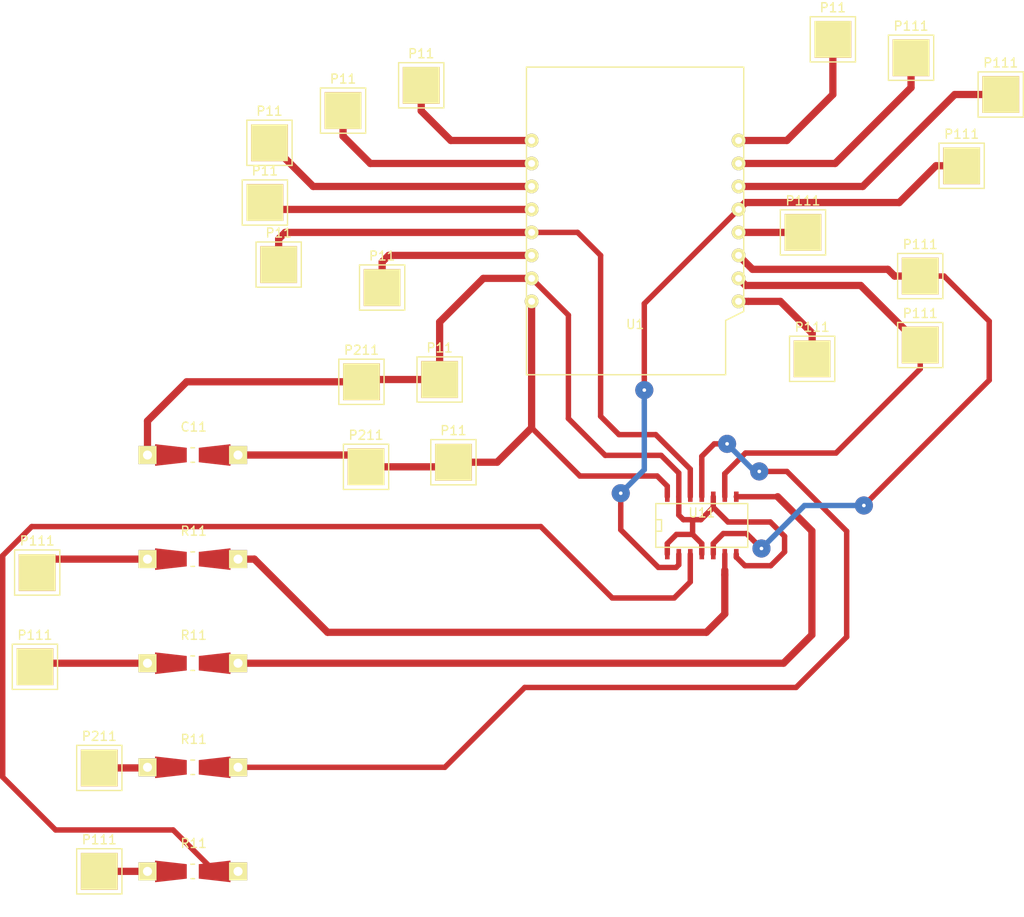
<source format=kicad_pcb>
(kicad_pcb (version 4) (host pcbnew 4.0.2-stable)

  (general
    (links 48)
    (no_connects 0)
    (area 66.055999 72.69888 192.150361 175.255247)
    (thickness 1.6)
    (drawings 0)
    (tracks 185)
    (zones 0)
    (modules 29)
    (nets 25)
  )

  (page A4)
  (layers
    (0 F.Cu signal)
    (31 B.Cu signal)
    (32 B.Adhes user)
    (33 F.Adhes user)
    (34 B.Paste user)
    (35 F.Paste user)
    (36 B.SilkS user)
    (37 F.SilkS user)
    (38 B.Mask user)
    (39 F.Mask user)
    (40 Dwgs.User user)
    (41 Cmts.User user)
    (42 Eco1.User user)
    (43 Eco2.User user)
    (44 Edge.Cuts user)
    (45 Margin user)
    (46 B.CrtYd user)
    (47 F.CrtYd user)
    (48 B.Fab user)
    (49 F.Fab user)
  )

  (setup
    (last_trace_width 0.6)
    (trace_clearance 0.6)
    (zone_clearance 0.508)
    (zone_45_only no)
    (trace_min 0.2)
    (segment_width 0.2)
    (edge_width 0.15)
    (via_size 2)
    (via_drill 0.4)
    (via_min_size 0.4)
    (via_min_drill 0.3)
    (uvia_size 0.3)
    (uvia_drill 0.1)
    (uvias_allowed no)
    (uvia_min_size 0.2)
    (uvia_min_drill 0.1)
    (pcb_text_width 0.3)
    (pcb_text_size 1.5 1.5)
    (mod_edge_width 0.15)
    (mod_text_size 1 1)
    (mod_text_width 0.15)
    (pad_size 1.524 1.524)
    (pad_drill 0.762)
    (pad_to_mask_clearance 0.2)
    (aux_axis_origin 0 0)
    (visible_elements FFFFFF7F)
    (pcbplotparams
      (layerselection 0x00030_80000001)
      (usegerberextensions false)
      (excludeedgelayer true)
      (linewidth 0.100000)
      (plotframeref false)
      (viasonmask false)
      (mode 1)
      (useauxorigin false)
      (hpglpennumber 1)
      (hpglpenspeed 20)
      (hpglpendiameter 15)
      (hpglpenoverlay 2)
      (psnegative false)
      (psa4output false)
      (plotreference true)
      (plotvalue true)
      (plotinvisibletext false)
      (padsonsilk false)
      (subtractmaskfromsilk false)
      (outputformat 2)
      (mirror false)
      (drillshape 0)
      (scaleselection 1)
      (outputdirectory /tmp/))
  )

  (net 0 "")
  (net 1 GND)
  (net 2 VCC)
  (net 3 "Net-(P3-Pad1)")
  (net 4 "Net-(P4-Pad1)")
  (net 5 "Net-(P5-Pad1)")
  (net 6 "Net-(P6-Pad1)")
  (net 7 "Net-(P7-Pad1)")
  (net 8 "Net-(P8-Pad1)")
  (net 9 "Net-(P9-Pad1)")
  (net 10 "Net-(P10-Pad1)")
  (net 11 "Net-(P11-Pad1)")
  (net 12 "Net-(P12-Pad1)")
  (net 13 "Net-(P13-Pad1)")
  (net 14 "Net-(P14-Pad1)")
  (net 15 "Net-(P15-Pad1)")
  (net 16 "Net-(P16-Pad1)")
  (net 17 "Net-(P17-Pad1)")
  (net 18 "Net-(P18-Pad1)")
  (net 19 "Net-(P19-Pad1)")
  (net 20 "Net-(P21-Pad1)")
  (net 21 "Net-(R1-Pad2)")
  (net 22 "Net-(R2-Pad2)")
  (net 23 "Net-(R3-Pad2)")
  (net 24 "Net-(R4-Pad2)")

  (net_class Default "Ceci est la Netclass par défaut"
    (clearance 0.6)
    (trace_width 0.6)
    (via_dia 2)
    (via_drill 0.4)
    (uvia_dia 0.3)
    (uvia_drill 0.1)
    (add_net GND)
    (add_net "Net-(P10-Pad1)")
    (add_net "Net-(P11-Pad1)")
    (add_net "Net-(P12-Pad1)")
    (add_net "Net-(P13-Pad1)")
    (add_net "Net-(P14-Pad1)")
    (add_net "Net-(P15-Pad1)")
    (add_net "Net-(P16-Pad1)")
    (add_net "Net-(P17-Pad1)")
    (add_net "Net-(P18-Pad1)")
    (add_net "Net-(P19-Pad1)")
    (add_net "Net-(P21-Pad1)")
    (add_net "Net-(P3-Pad1)")
    (add_net "Net-(P4-Pad1)")
    (add_net "Net-(P5-Pad1)")
    (add_net "Net-(P6-Pad1)")
    (add_net "Net-(P7-Pad1)")
    (add_net "Net-(P8-Pad1)")
    (add_net "Net-(P9-Pad1)")
    (add_net "Net-(R1-Pad2)")
    (add_net "Net-(R2-Pad2)")
    (add_net "Net-(R3-Pad2)")
    (add_net "Net-(R4-Pad2)")
    (add_net VCC)
  )

  (module Resistors_Universal:Resistor_SMD+THTuniversal_0805to1206_RM10_HandSoldering (layer F.Cu) (tedit 0) (tstamp 57297F5E)
    (at 99.7331 123.662351)
    (descr "Resistor, SMD and THT, universal, 0805 to 1206,RM10,  Hand soldering,")
    (tags "Resistor, SMD and THT, universal, 0805 to 1206, RM10, Hand soldering,")
    (path /5723F26A)
    (fp_text reference C11 (at 0.09906 -3.0988) (layer F.SilkS)
      (effects (font (size 1 1) (thickness 0.15)))
    )
    (fp_text value C (at -0.39878 4.20116) (layer F.Fab)
      (effects (font (size 1 1) (thickness 0.15)))
    )
    (fp_line (start 0 0.8001) (end 0.20066 0.8001) (layer F.SilkS) (width 0.15))
    (fp_line (start 0 0.8001) (end -0.20066 0.8001) (layer F.SilkS) (width 0.15))
    (fp_line (start -0.09906 -0.8001) (end -0.20066 -0.8001) (layer F.SilkS) (width 0.15))
    (fp_line (start -0.20066 -0.8001) (end 0.20066 -0.8001) (layer F.SilkS) (width 0.15))
    (pad 1 smd trapezoid (at -2.413 0) (size 3.50012 1.99898) (rect_delta 0.39878 0 ) (layers F.Cu F.Paste F.Mask)
      (net 1 GND))
    (pad 2 smd trapezoid (at 2.413 0 180) (size 3.50012 1.99898) (rect_delta 0.39878 0 ) (layers F.Cu F.Paste F.Mask)
      (net 2 VCC))
    (pad 1 thru_hole rect (at -5.00126 0 180) (size 1.99898 1.99898) (drill 1.00076) (layers *.Cu *.Mask F.SilkS)
      (net 1 GND))
    (pad 2 thru_hole rect (at 5.00126 0 180) (size 1.99898 1.99898) (drill 1.00076) (layers *.Cu *.Mask F.SilkS)
      (net 2 VCC))
  )

  (module SMD_Packages:1Pin (layer F.Cu) (tedit 0) (tstamp 57297F67)
    (at 128.524 124.46)
    (descr "module 1 pin (ou trou mecanique de percage)")
    (tags DEV)
    (path /57239F6B)
    (fp_text reference P11 (at 0 -3.50012) (layer F.SilkS)
      (effects (font (size 1 1) (thickness 0.15)))
    )
    (fp_text value ~ (at 0.24892 3.74904) (layer F.Fab)
      (effects (font (size 1 1) (thickness 0.15)))
    )
    (fp_line (start -2.49936 -2.49936) (end 2.49936 -2.49936) (layer F.SilkS) (width 0.15))
    (fp_line (start 2.49936 -2.49936) (end 2.49936 2.49936) (layer F.SilkS) (width 0.15))
    (fp_line (start 2.49936 2.49936) (end -2.49936 2.49936) (layer F.SilkS) (width 0.15))
    (fp_line (start -2.49936 2.49936) (end -2.49936 -2.49936) (layer F.SilkS) (width 0.15))
    (pad 1 smd rect (at 0 0) (size 4.064 4.064) (layers F.Cu F.Paste F.SilkS F.Mask)
      (net 2 VCC))
  )

  (module SMD_Packages:1Pin (layer F.Cu) (tedit 0) (tstamp 57297F70)
    (at 127 115.316)
    (descr "module 1 pin (ou trou mecanique de percage)")
    (tags DEV)
    (path /5723A0E2)
    (fp_text reference P11 (at 0 -3.50012) (layer F.SilkS)
      (effects (font (size 1 1) (thickness 0.15)))
    )
    (fp_text value ~ (at 0.24892 3.74904) (layer F.Fab)
      (effects (font (size 1 1) (thickness 0.15)))
    )
    (fp_line (start -2.49936 -2.49936) (end 2.49936 -2.49936) (layer F.SilkS) (width 0.15))
    (fp_line (start 2.49936 -2.49936) (end 2.49936 2.49936) (layer F.SilkS) (width 0.15))
    (fp_line (start 2.49936 2.49936) (end -2.49936 2.49936) (layer F.SilkS) (width 0.15))
    (fp_line (start -2.49936 2.49936) (end -2.49936 -2.49936) (layer F.SilkS) (width 0.15))
    (pad 1 smd rect (at 0 0) (size 4.064 4.064) (layers F.Cu F.Paste F.SilkS F.Mask)
      (net 1 GND))
  )

  (module SMD_Packages:1Pin (layer F.Cu) (tedit 0) (tstamp 57297F79)
    (at 124.968 82.804)
    (descr "module 1 pin (ou trou mecanique de percage)")
    (tags DEV)
    (path /57239D81)
    (fp_text reference P11 (at 0 -3.50012) (layer F.SilkS)
      (effects (font (size 1 1) (thickness 0.15)))
    )
    (fp_text value ~ (at 0.24892 3.74904) (layer F.Fab)
      (effects (font (size 1 1) (thickness 0.15)))
    )
    (fp_line (start -2.49936 -2.49936) (end 2.49936 -2.49936) (layer F.SilkS) (width 0.15))
    (fp_line (start 2.49936 -2.49936) (end 2.49936 2.49936) (layer F.SilkS) (width 0.15))
    (fp_line (start 2.49936 2.49936) (end -2.49936 2.49936) (layer F.SilkS) (width 0.15))
    (fp_line (start -2.49936 2.49936) (end -2.49936 -2.49936) (layer F.SilkS) (width 0.15))
    (pad 1 smd rect (at 0 -0.000006) (size 4.064 4.064) (layers F.Cu F.Paste F.SilkS F.Mask)
      (net 3 "Net-(P3-Pad1)"))
  )

  (module SMD_Packages:1Pin (layer F.Cu) (tedit 0) (tstamp 57297F82)
    (at 116.332 85.598)
    (descr "module 1 pin (ou trou mecanique de percage)")
    (tags DEV)
    (path /57239D4F)
    (fp_text reference P11 (at 0 -3.50012) (layer F.SilkS)
      (effects (font (size 1 1) (thickness 0.15)))
    )
    (fp_text value ~ (at 0.24892 3.74904) (layer F.Fab)
      (effects (font (size 1 1) (thickness 0.15)))
    )
    (fp_line (start -2.49936 -2.49936) (end 2.49936 -2.49936) (layer F.SilkS) (width 0.15))
    (fp_line (start 2.49936 -2.49936) (end 2.49936 2.49936) (layer F.SilkS) (width 0.15))
    (fp_line (start 2.49936 2.49936) (end -2.49936 2.49936) (layer F.SilkS) (width 0.15))
    (fp_line (start -2.49936 2.49936) (end -2.49936 -2.49936) (layer F.SilkS) (width 0.15))
    (pad 1 smd rect (at 0 0) (size 4.064 4.064) (layers F.Cu F.Paste F.SilkS F.Mask)
      (net 4 "Net-(P4-Pad1)"))
  )

  (module SMD_Packages:1Pin (layer F.Cu) (tedit 0) (tstamp 57297F8B)
    (at 108.204 89.154)
    (descr "module 1 pin (ou trou mecanique de percage)")
    (tags DEV)
    (path /57239C74)
    (fp_text reference P11 (at 0 -3.50012) (layer F.SilkS)
      (effects (font (size 1 1) (thickness 0.15)))
    )
    (fp_text value ~ (at 0.24892 3.74904) (layer F.Fab)
      (effects (font (size 1 1) (thickness 0.15)))
    )
    (fp_line (start -2.49936 -2.49936) (end 2.49936 -2.49936) (layer F.SilkS) (width 0.15))
    (fp_line (start 2.49936 -2.49936) (end 2.49936 2.49936) (layer F.SilkS) (width 0.15))
    (fp_line (start 2.49936 2.49936) (end -2.49936 2.49936) (layer F.SilkS) (width 0.15))
    (fp_line (start -2.49936 2.49936) (end -2.49936 -2.49936) (layer F.SilkS) (width 0.15))
    (pad 1 smd rect (at 0 0) (size 4.064 4.064) (layers F.Cu F.Paste F.SilkS F.Mask)
      (net 5 "Net-(P5-Pad1)"))
  )

  (module SMD_Packages:1Pin (layer F.Cu) (tedit 0) (tstamp 57297F94)
    (at 107.696 95.758)
    (descr "module 1 pin (ou trou mecanique de percage)")
    (tags DEV)
    (path /57239B01)
    (fp_text reference P11 (at 0 -3.50012) (layer F.SilkS)
      (effects (font (size 1 1) (thickness 0.15)))
    )
    (fp_text value ~ (at 0.24892 3.74904) (layer F.Fab)
      (effects (font (size 1 1) (thickness 0.15)))
    )
    (fp_line (start -2.49936 -2.49936) (end 2.49936 -2.49936) (layer F.SilkS) (width 0.15))
    (fp_line (start 2.49936 -2.49936) (end 2.49936 2.49936) (layer F.SilkS) (width 0.15))
    (fp_line (start 2.49936 2.49936) (end -2.49936 2.49936) (layer F.SilkS) (width 0.15))
    (fp_line (start -2.49936 2.49936) (end -2.49936 -2.49936) (layer F.SilkS) (width 0.15))
    (pad 1 smd rect (at 0 0) (size 4.064 4.064) (layers F.Cu F.Paste F.SilkS F.Mask)
      (net 6 "Net-(P6-Pad1)"))
  )

  (module SMD_Packages:1Pin (layer F.Cu) (tedit 0) (tstamp 57297F9D)
    (at 109.22 102.616)
    (descr "module 1 pin (ou trou mecanique de percage)")
    (tags DEV)
    (path /5723B2B0)
    (fp_text reference P11 (at 0 -3.50012) (layer F.SilkS)
      (effects (font (size 1 1) (thickness 0.15)))
    )
    (fp_text value ~ (at 0.24892 3.74904) (layer F.Fab)
      (effects (font (size 1 1) (thickness 0.15)))
    )
    (fp_line (start -2.49936 -2.49936) (end 2.49936 -2.49936) (layer F.SilkS) (width 0.15))
    (fp_line (start 2.49936 -2.49936) (end 2.49936 2.49936) (layer F.SilkS) (width 0.15))
    (fp_line (start 2.49936 2.49936) (end -2.49936 2.49936) (layer F.SilkS) (width 0.15))
    (fp_line (start -2.49936 2.49936) (end -2.49936 -2.49936) (layer F.SilkS) (width 0.15))
    (pad 1 smd rect (at 0 0) (size 4.064 4.064) (layers F.Cu F.Paste F.SilkS F.Mask)
      (net 7 "Net-(P7-Pad1)"))
  )

  (module SMD_Packages:1Pin (layer F.Cu) (tedit 0) (tstamp 57297FA6)
    (at 120.65 105.156)
    (descr "module 1 pin (ou trou mecanique de percage)")
    (tags DEV)
    (path /57239DF8)
    (fp_text reference P11 (at 0 -3.50012) (layer F.SilkS)
      (effects (font (size 1 1) (thickness 0.15)))
    )
    (fp_text value ~ (at 0.24892 3.74904) (layer F.Fab)
      (effects (font (size 1 1) (thickness 0.15)))
    )
    (fp_line (start -2.49936 -2.49936) (end 2.49936 -2.49936) (layer F.SilkS) (width 0.15))
    (fp_line (start 2.49936 -2.49936) (end 2.49936 2.49936) (layer F.SilkS) (width 0.15))
    (fp_line (start 2.49936 2.49936) (end -2.49936 2.49936) (layer F.SilkS) (width 0.15))
    (fp_line (start -2.49936 2.49936) (end -2.49936 -2.49936) (layer F.SilkS) (width 0.15))
    (pad 1 smd rect (at 0 0) (size 4.064 4.064) (layers F.Cu F.Paste F.SilkS F.Mask)
      (net 8 "Net-(P8-Pad1)"))
  )

  (module SMD_Packages:1Pin (layer F.Cu) (tedit 0) (tstamp 57297FAF)
    (at 170.434 77.724)
    (descr "module 1 pin (ou trou mecanique de percage)")
    (tags DEV)
    (path /5723AEB4)
    (fp_text reference P11 (at 0 -3.50012) (layer F.SilkS)
      (effects (font (size 1 1) (thickness 0.15)))
    )
    (fp_text value ~ (at 0.24892 3.74904) (layer F.Fab)
      (effects (font (size 1 1) (thickness 0.15)))
    )
    (fp_line (start -2.49936 -2.49936) (end 2.49936 -2.49936) (layer F.SilkS) (width 0.15))
    (fp_line (start 2.49936 -2.49936) (end 2.49936 2.49936) (layer F.SilkS) (width 0.15))
    (fp_line (start 2.49936 2.49936) (end -2.49936 2.49936) (layer F.SilkS) (width 0.15))
    (fp_line (start -2.49936 2.49936) (end -2.49936 -2.49936) (layer F.SilkS) (width 0.15))
    (pad 1 smd rect (at 0 0) (size 4.064 4.064) (layers F.Cu F.Paste F.SilkS F.Mask)
      (net 9 "Net-(P9-Pad1)"))
  )

  (module SMD_Packages:1Pin (layer F.Cu) (tedit 0) (tstamp 57297FB8)
    (at 179.07 79.756)
    (descr "module 1 pin (ou trou mecanique de percage)")
    (tags DEV)
    (path /5723ADEA)
    (fp_text reference P111 (at 0 -3.50012) (layer F.SilkS)
      (effects (font (size 1 1) (thickness 0.15)))
    )
    (fp_text value ~ (at 0.24892 3.74904) (layer F.Fab)
      (effects (font (size 1 1) (thickness 0.15)))
    )
    (fp_line (start -2.49936 -2.49936) (end 2.49936 -2.49936) (layer F.SilkS) (width 0.15))
    (fp_line (start 2.49936 -2.49936) (end 2.49936 2.49936) (layer F.SilkS) (width 0.15))
    (fp_line (start 2.49936 2.49936) (end -2.49936 2.49936) (layer F.SilkS) (width 0.15))
    (fp_line (start -2.49936 2.49936) (end -2.49936 -2.49936) (layer F.SilkS) (width 0.15))
    (pad 1 smd rect (at 0 0) (size 4.064 4.064) (layers F.Cu F.Paste F.SilkS F.Mask)
      (net 10 "Net-(P10-Pad1)"))
  )

  (module SMD_Packages:1Pin (layer F.Cu) (tedit 0) (tstamp 57297FC1)
    (at 188.976 83.82)
    (descr "module 1 pin (ou trou mecanique de percage)")
    (tags DEV)
    (path /5723AA0B)
    (fp_text reference P111 (at 0 -3.50012) (layer F.SilkS)
      (effects (font (size 1 1) (thickness 0.15)))
    )
    (fp_text value ~ (at 0.24892 3.74904) (layer F.Fab)
      (effects (font (size 1 1) (thickness 0.15)))
    )
    (fp_line (start -2.49936 -2.49936) (end 2.49936 -2.49936) (layer F.SilkS) (width 0.15))
    (fp_line (start 2.49936 -2.49936) (end 2.49936 2.49936) (layer F.SilkS) (width 0.15))
    (fp_line (start 2.49936 2.49936) (end -2.49936 2.49936) (layer F.SilkS) (width 0.15))
    (fp_line (start -2.49936 2.49936) (end -2.49936 -2.49936) (layer F.SilkS) (width 0.15))
    (pad 1 smd rect (at 0 0) (size 4.064 4.064) (layers F.Cu F.Paste F.SilkS F.Mask)
      (net 11 "Net-(P11-Pad1)"))
  )

  (module SMD_Packages:1Pin (layer F.Cu) (tedit 0) (tstamp 57297FCA)
    (at 167.132 99.06)
    (descr "module 1 pin (ou trou mecanique de percage)")
    (tags DEV)
    (path /5723AD4F)
    (fp_text reference P111 (at 0 -3.50012) (layer F.SilkS)
      (effects (font (size 1 1) (thickness 0.15)))
    )
    (fp_text value ~ (at 0.24892 3.74904) (layer F.Fab)
      (effects (font (size 1 1) (thickness 0.15)))
    )
    (fp_line (start -2.49936 -2.49936) (end 2.49936 -2.49936) (layer F.SilkS) (width 0.15))
    (fp_line (start 2.49936 -2.49936) (end 2.49936 2.49936) (layer F.SilkS) (width 0.15))
    (fp_line (start 2.49936 2.49936) (end -2.49936 2.49936) (layer F.SilkS) (width 0.15))
    (fp_line (start -2.49936 2.49936) (end -2.49936 -2.49936) (layer F.SilkS) (width 0.15))
    (pad 1 smd rect (at 0 0) (size 4.064 4.064) (layers F.Cu F.Paste F.SilkS F.Mask)
      (net 12 "Net-(P12-Pad1)"))
  )

  (module SMD_Packages:1Pin (layer F.Cu) (tedit 0) (tstamp 57297FD3)
    (at 168.148 113.03)
    (descr "module 1 pin (ou trou mecanique de percage)")
    (tags DEV)
    (path /5723AB21)
    (fp_text reference P111 (at 0 -3.50012) (layer F.SilkS)
      (effects (font (size 1 1) (thickness 0.15)))
    )
    (fp_text value ~ (at 0.24892 3.74904) (layer F.Fab)
      (effects (font (size 1 1) (thickness 0.15)))
    )
    (fp_line (start -2.49936 -2.49936) (end 2.49936 -2.49936) (layer F.SilkS) (width 0.15))
    (fp_line (start 2.49936 -2.49936) (end 2.49936 2.49936) (layer F.SilkS) (width 0.15))
    (fp_line (start 2.49936 2.49936) (end -2.49936 2.49936) (layer F.SilkS) (width 0.15))
    (fp_line (start -2.49936 2.49936) (end -2.49936 -2.49936) (layer F.SilkS) (width 0.15))
    (pad 1 smd rect (at 0 0) (size 4.064 4.064) (layers F.Cu F.Paste F.SilkS F.Mask)
      (net 13 "Net-(P13-Pad1)"))
  )

  (module SMD_Packages:1Pin (layer F.Cu) (tedit 0) (tstamp 57297FDC)
    (at 180.086 111.506)
    (descr "module 1 pin (ou trou mecanique de percage)")
    (tags DEV)
    (path /5723AF30)
    (fp_text reference P111 (at 0 -3.50012) (layer F.SilkS)
      (effects (font (size 1 1) (thickness 0.15)))
    )
    (fp_text value ~ (at 0.24892 3.74904) (layer F.Fab)
      (effects (font (size 1 1) (thickness 0.15)))
    )
    (fp_line (start -2.49936 -2.49936) (end 2.49936 -2.49936) (layer F.SilkS) (width 0.15))
    (fp_line (start 2.49936 -2.49936) (end 2.49936 2.49936) (layer F.SilkS) (width 0.15))
    (fp_line (start 2.49936 2.49936) (end -2.49936 2.49936) (layer F.SilkS) (width 0.15))
    (fp_line (start -2.49936 2.49936) (end -2.49936 -2.49936) (layer F.SilkS) (width 0.15))
    (pad 1 smd rect (at 0 0) (size 4.064 4.064) (layers F.Cu F.Paste F.SilkS F.Mask)
      (net 14 "Net-(P14-Pad1)"))
  )

  (module SMD_Packages:1Pin (layer F.Cu) (tedit 0) (tstamp 57297FE5)
    (at 184.658 91.694)
    (descr "module 1 pin (ou trou mecanique de percage)")
    (tags DEV)
    (path /5723B0F0)
    (fp_text reference P111 (at 0 -3.50012) (layer F.SilkS)
      (effects (font (size 1 1) (thickness 0.15)))
    )
    (fp_text value ~ (at 0.24892 3.74904) (layer F.Fab)
      (effects (font (size 1 1) (thickness 0.15)))
    )
    (fp_line (start -2.49936 -2.49936) (end 2.49936 -2.49936) (layer F.SilkS) (width 0.15))
    (fp_line (start 2.49936 -2.49936) (end 2.49936 2.49936) (layer F.SilkS) (width 0.15))
    (fp_line (start 2.49936 2.49936) (end -2.49936 2.49936) (layer F.SilkS) (width 0.15))
    (fp_line (start -2.49936 2.49936) (end -2.49936 -2.49936) (layer F.SilkS) (width 0.15))
    (pad 1 smd rect (at 0 0) (size 4.064 4.064) (layers F.Cu F.Paste F.SilkS F.Mask)
      (net 15 "Net-(P15-Pad1)"))
  )

  (module SMD_Packages:1Pin (layer F.Cu) (tedit 0) (tstamp 57297FEE)
    (at 180.086 103.886)
    (descr "module 1 pin (ou trou mecanique de percage)")
    (tags DEV)
    (path /5723AFE6)
    (fp_text reference P111 (at 0 -3.50012) (layer F.SilkS)
      (effects (font (size 1 1) (thickness 0.15)))
    )
    (fp_text value ~ (at 0.24892 3.74904) (layer F.Fab)
      (effects (font (size 1 1) (thickness 0.15)))
    )
    (fp_line (start -2.49936 -2.49936) (end 2.49936 -2.49936) (layer F.SilkS) (width 0.15))
    (fp_line (start 2.49936 -2.49936) (end 2.49936 2.49936) (layer F.SilkS) (width 0.15))
    (fp_line (start 2.49936 2.49936) (end -2.49936 2.49936) (layer F.SilkS) (width 0.15))
    (fp_line (start -2.49936 2.49936) (end -2.49936 -2.49936) (layer F.SilkS) (width 0.15))
    (pad 1 smd rect (at 0 0) (size 4.064 4.064) (layers F.Cu F.Paste F.SilkS F.Mask)
      (net 16 "Net-(P16-Pad1)"))
  )

  (module SMD_Packages:1Pin (layer F.Cu) (tedit 0) (tstamp 57297FF7)
    (at 89.408 169.672)
    (descr "module 1 pin (ou trou mecanique de percage)")
    (tags DEV)
    (path /5723B943)
    (fp_text reference P111 (at 0 -3.50012) (layer F.SilkS)
      (effects (font (size 1 1) (thickness 0.15)))
    )
    (fp_text value ~ (at 0.24892 3.74904) (layer F.Fab)
      (effects (font (size 1 1) (thickness 0.15)))
    )
    (fp_line (start -2.49936 -2.49936) (end 2.49936 -2.49936) (layer F.SilkS) (width 0.15))
    (fp_line (start 2.49936 -2.49936) (end 2.49936 2.49936) (layer F.SilkS) (width 0.15))
    (fp_line (start 2.49936 2.49936) (end -2.49936 2.49936) (layer F.SilkS) (width 0.15))
    (fp_line (start -2.49936 2.49936) (end -2.49936 -2.49936) (layer F.SilkS) (width 0.15))
    (pad 1 smd rect (at 0 0) (size 4.064 4.064) (layers F.Cu F.Paste F.SilkS F.Mask)
      (net 17 "Net-(P17-Pad1)"))
  )

  (module SMD_Packages:1Pin (layer F.Cu) (tedit 0) (tstamp 57298000)
    (at 82.55 136.652)
    (descr "module 1 pin (ou trou mecanique de percage)")
    (tags DEV)
    (path /5723BA86)
    (fp_text reference P111 (at 0 -3.50012) (layer F.SilkS)
      (effects (font (size 1 1) (thickness 0.15)))
    )
    (fp_text value ~ (at 0.24892 3.74904) (layer F.Fab)
      (effects (font (size 1 1) (thickness 0.15)))
    )
    (fp_line (start -2.49936 -2.49936) (end 2.49936 -2.49936) (layer F.SilkS) (width 0.15))
    (fp_line (start 2.49936 -2.49936) (end 2.49936 2.49936) (layer F.SilkS) (width 0.15))
    (fp_line (start 2.49936 2.49936) (end -2.49936 2.49936) (layer F.SilkS) (width 0.15))
    (fp_line (start -2.49936 2.49936) (end -2.49936 -2.49936) (layer F.SilkS) (width 0.15))
    (pad 1 smd rect (at 0 0) (size 4.064 4.064) (layers F.Cu F.Paste F.SilkS F.Mask)
      (net 18 "Net-(P18-Pad1)"))
  )

  (module SMD_Packages:1Pin (layer F.Cu) (tedit 0) (tstamp 57298009)
    (at 82.296 147.066)
    (descr "module 1 pin (ou trou mecanique de percage)")
    (tags DEV)
    (path /5723BD8C)
    (fp_text reference P111 (at 0 -3.50012) (layer F.SilkS)
      (effects (font (size 1 1) (thickness 0.15)))
    )
    (fp_text value ~ (at 0.24892 3.74904) (layer F.Fab)
      (effects (font (size 1 1) (thickness 0.15)))
    )
    (fp_line (start -2.49936 -2.49936) (end 2.49936 -2.49936) (layer F.SilkS) (width 0.15))
    (fp_line (start 2.49936 -2.49936) (end 2.49936 2.49936) (layer F.SilkS) (width 0.15))
    (fp_line (start 2.49936 2.49936) (end -2.49936 2.49936) (layer F.SilkS) (width 0.15))
    (fp_line (start -2.49936 2.49936) (end -2.49936 -2.49936) (layer F.SilkS) (width 0.15))
    (pad 1 smd rect (at 0 0) (size 4.064 4.064) (layers F.Cu F.Paste F.SilkS F.Mask)
      (net 19 "Net-(P19-Pad1)"))
  )

  (module SMD_Packages:1Pin (layer F.Cu) (tedit 0) (tstamp 57298012)
    (at 118.872 124.968)
    (descr "module 1 pin (ou trou mecanique de percage)")
    (tags DEV)
    (path /5723C1ED)
    (fp_text reference P211 (at 0 -3.50012) (layer F.SilkS)
      (effects (font (size 1 1) (thickness 0.15)))
    )
    (fp_text value ~ (at 0.24892 3.74904) (layer F.Fab)
      (effects (font (size 1 1) (thickness 0.15)))
    )
    (fp_line (start -2.49936 -2.49936) (end 2.49936 -2.49936) (layer F.SilkS) (width 0.15))
    (fp_line (start 2.49936 -2.49936) (end 2.49936 2.49936) (layer F.SilkS) (width 0.15))
    (fp_line (start 2.49936 2.49936) (end -2.49936 2.49936) (layer F.SilkS) (width 0.15))
    (fp_line (start -2.49936 2.49936) (end -2.49936 -2.49936) (layer F.SilkS) (width 0.15))
    (pad 1 smd rect (at 0 0) (size 4.064 4.064) (layers F.Cu F.Paste F.SilkS F.Mask)
      (net 2 VCC))
  )

  (module SMD_Packages:1Pin (layer F.Cu) (tedit 0) (tstamp 5729801B)
    (at 89.408 158.242)
    (descr "module 1 pin (ou trou mecanique de percage)")
    (tags DEV)
    (path /5723BD9A)
    (fp_text reference P211 (at 0 -3.50012) (layer F.SilkS)
      (effects (font (size 1 1) (thickness 0.15)))
    )
    (fp_text value ~ (at 0.24892 3.74904) (layer F.Fab)
      (effects (font (size 1 1) (thickness 0.15)))
    )
    (fp_line (start -2.49936 -2.49936) (end 2.49936 -2.49936) (layer F.SilkS) (width 0.15))
    (fp_line (start 2.49936 -2.49936) (end 2.49936 2.49936) (layer F.SilkS) (width 0.15))
    (fp_line (start 2.49936 2.49936) (end -2.49936 2.49936) (layer F.SilkS) (width 0.15))
    (fp_line (start -2.49936 2.49936) (end -2.49936 -2.49936) (layer F.SilkS) (width 0.15))
    (pad 1 smd rect (at 0 0) (size 4.064 4.064) (layers F.Cu F.Paste F.SilkS F.Mask)
      (net 20 "Net-(P21-Pad1)"))
  )

  (module SMD_Packages:1Pin (layer F.Cu) (tedit 0) (tstamp 57298024)
    (at 118.364 115.57)
    (descr "module 1 pin (ou trou mecanique de percage)")
    (tags DEV)
    (path /5723C125)
    (fp_text reference P211 (at 0 -3.50012) (layer F.SilkS)
      (effects (font (size 1 1) (thickness 0.15)))
    )
    (fp_text value ~ (at 0.24892 3.74904) (layer F.Fab)
      (effects (font (size 1 1) (thickness 0.15)))
    )
    (fp_line (start -2.49936 -2.49936) (end 2.49936 -2.49936) (layer F.SilkS) (width 0.15))
    (fp_line (start 2.49936 -2.49936) (end 2.49936 2.49936) (layer F.SilkS) (width 0.15))
    (fp_line (start 2.49936 2.49936) (end -2.49936 2.49936) (layer F.SilkS) (width 0.15))
    (fp_line (start -2.49936 2.49936) (end -2.49936 -2.49936) (layer F.SilkS) (width 0.15))
    (pad 1 smd rect (at 0 0) (size 4.064 4.064) (layers F.Cu F.Paste F.SilkS F.Mask)
      (net 1 GND))
  )

  (module Resistors_Universal:Resistor_SMD+THTuniversal_0805to1206_RM10_HandSoldering (layer F.Cu) (tedit 0) (tstamp 57298030)
    (at 99.7331 169.679087)
    (descr "Resistor, SMD and THT, universal, 0805 to 1206,RM10,  Hand soldering,")
    (tags "Resistor, SMD and THT, universal, 0805 to 1206, RM10, Hand soldering,")
    (path /5723B7D7)
    (fp_text reference R11 (at 0.09906 -3.0988) (layer F.SilkS)
      (effects (font (size 1 1) (thickness 0.15)))
    )
    (fp_text value R (at -0.39878 4.20116) (layer F.Fab)
      (effects (font (size 1 1) (thickness 0.15)))
    )
    (fp_line (start 0 0.8001) (end 0.20066 0.8001) (layer F.SilkS) (width 0.15))
    (fp_line (start 0 0.8001) (end -0.20066 0.8001) (layer F.SilkS) (width 0.15))
    (fp_line (start -0.09906 -0.8001) (end -0.20066 -0.8001) (layer F.SilkS) (width 0.15))
    (fp_line (start -0.20066 -0.8001) (end 0.20066 -0.8001) (layer F.SilkS) (width 0.15))
    (pad 1 smd trapezoid (at -2.413 0) (size 3.50012 1.99898) (rect_delta 0.39878 0 ) (layers F.Cu F.Paste F.Mask)
      (net 17 "Net-(P17-Pad1)"))
    (pad 2 smd trapezoid (at 2.413 0 180) (size 3.50012 1.99898) (rect_delta 0.39878 0 ) (layers F.Cu F.Paste F.Mask)
      (net 21 "Net-(R1-Pad2)"))
    (pad 1 thru_hole rect (at -5.00126 0 180) (size 1.99898 1.99898) (drill 1.00076) (layers *.Cu *.Mask F.SilkS)
      (net 17 "Net-(P17-Pad1)"))
    (pad 2 thru_hole rect (at 5.00126 0 180) (size 1.99898 1.99898) (drill 1.00076) (layers *.Cu *.Mask F.SilkS)
      (net 21 "Net-(R1-Pad2)"))
  )

  (module Resistors_Universal:Resistor_SMD+THTuniversal_0805to1206_RM10_HandSoldering (layer F.Cu) (tedit 0) (tstamp 5729803C)
    (at 99.7331 135.166535)
    (descr "Resistor, SMD and THT, universal, 0805 to 1206,RM10,  Hand soldering,")
    (tags "Resistor, SMD and THT, universal, 0805 to 1206, RM10, Hand soldering,")
    (path /5723BA7F)
    (fp_text reference R11 (at 0.09906 -3.0988) (layer F.SilkS)
      (effects (font (size 1 1) (thickness 0.15)))
    )
    (fp_text value R (at -0.39878 4.20116) (layer F.Fab)
      (effects (font (size 1 1) (thickness 0.15)))
    )
    (fp_line (start 0 0.8001) (end 0.20066 0.8001) (layer F.SilkS) (width 0.15))
    (fp_line (start 0 0.8001) (end -0.20066 0.8001) (layer F.SilkS) (width 0.15))
    (fp_line (start -0.09906 -0.8001) (end -0.20066 -0.8001) (layer F.SilkS) (width 0.15))
    (fp_line (start -0.20066 -0.8001) (end 0.20066 -0.8001) (layer F.SilkS) (width 0.15))
    (pad 1 smd trapezoid (at -2.413 0) (size 3.50012 1.99898) (rect_delta 0.39878 0 ) (layers F.Cu F.Paste F.Mask)
      (net 18 "Net-(P18-Pad1)"))
    (pad 2 smd trapezoid (at 2.413 0 180) (size 3.50012 1.99898) (rect_delta 0.39878 0 ) (layers F.Cu F.Paste F.Mask)
      (net 22 "Net-(R2-Pad2)"))
    (pad 1 thru_hole rect (at -5.00126 0 180) (size 1.99898 1.99898) (drill 1.00076) (layers *.Cu *.Mask F.SilkS)
      (net 18 "Net-(P18-Pad1)"))
    (pad 2 thru_hole rect (at 5.00126 0 180) (size 1.99898 1.99898) (drill 1.00076) (layers *.Cu *.Mask F.SilkS)
      (net 22 "Net-(R2-Pad2)"))
  )

  (module Resistors_Universal:Resistor_SMD+THTuniversal_0805to1206_RM10_HandSoldering (layer F.Cu) (tedit 0) (tstamp 57298048)
    (at 99.7331 146.670719)
    (descr "Resistor, SMD and THT, universal, 0805 to 1206,RM10,  Hand soldering,")
    (tags "Resistor, SMD and THT, universal, 0805 to 1206, RM10, Hand soldering,")
    (path /5723BD85)
    (fp_text reference R11 (at 0.09906 -3.0988) (layer F.SilkS)
      (effects (font (size 1 1) (thickness 0.15)))
    )
    (fp_text value R (at -0.39878 4.20116) (layer F.Fab)
      (effects (font (size 1 1) (thickness 0.15)))
    )
    (fp_line (start 0 0.8001) (end 0.20066 0.8001) (layer F.SilkS) (width 0.15))
    (fp_line (start 0 0.8001) (end -0.20066 0.8001) (layer F.SilkS) (width 0.15))
    (fp_line (start -0.09906 -0.8001) (end -0.20066 -0.8001) (layer F.SilkS) (width 0.15))
    (fp_line (start -0.20066 -0.8001) (end 0.20066 -0.8001) (layer F.SilkS) (width 0.15))
    (pad 1 smd trapezoid (at -2.413 0) (size 3.50012 1.99898) (rect_delta 0.39878 0 ) (layers F.Cu F.Paste F.Mask)
      (net 19 "Net-(P19-Pad1)"))
    (pad 2 smd trapezoid (at 2.413 0 180) (size 3.50012 1.99898) (rect_delta 0.39878 0 ) (layers F.Cu F.Paste F.Mask)
      (net 23 "Net-(R3-Pad2)"))
    (pad 1 thru_hole rect (at -5.00126 0 180) (size 1.99898 1.99898) (drill 1.00076) (layers *.Cu *.Mask F.SilkS)
      (net 19 "Net-(P19-Pad1)"))
    (pad 2 thru_hole rect (at 5.00126 0 180) (size 1.99898 1.99898) (drill 1.00076) (layers *.Cu *.Mask F.SilkS)
      (net 23 "Net-(R3-Pad2)"))
  )

  (module Resistors_Universal:Resistor_SMD+THTuniversal_0805to1206_RM10_HandSoldering (layer F.Cu) (tedit 0) (tstamp 57298054)
    (at 99.7331 158.174903)
    (descr "Resistor, SMD and THT, universal, 0805 to 1206,RM10,  Hand soldering,")
    (tags "Resistor, SMD and THT, universal, 0805 to 1206, RM10, Hand soldering,")
    (path /5723BD93)
    (fp_text reference R11 (at 0.09906 -3.0988) (layer F.SilkS)
      (effects (font (size 1 1) (thickness 0.15)))
    )
    (fp_text value R (at -0.39878 4.20116) (layer F.Fab)
      (effects (font (size 1 1) (thickness 0.15)))
    )
    (fp_line (start 0 0.8001) (end 0.20066 0.8001) (layer F.SilkS) (width 0.15))
    (fp_line (start 0 0.8001) (end -0.20066 0.8001) (layer F.SilkS) (width 0.15))
    (fp_line (start -0.09906 -0.8001) (end -0.20066 -0.8001) (layer F.SilkS) (width 0.15))
    (fp_line (start -0.20066 -0.8001) (end 0.20066 -0.8001) (layer F.SilkS) (width 0.15))
    (pad 1 smd trapezoid (at -2.413 0) (size 3.50012 1.99898) (rect_delta 0.39878 0 ) (layers F.Cu F.Paste F.Mask)
      (net 20 "Net-(P21-Pad1)"))
    (pad 2 smd trapezoid (at 2.413 0 180) (size 3.50012 1.99898) (rect_delta 0.39878 0 ) (layers F.Cu F.Paste F.Mask)
      (net 24 "Net-(R4-Pad2)"))
    (pad 1 thru_hole rect (at -5.00126 0 180) (size 1.99898 1.99898) (drill 1.00076) (layers *.Cu *.Mask F.SilkS)
      (net 20 "Net-(P21-Pad1)"))
    (pad 2 thru_hole rect (at 5.00126 0 180) (size 1.99898 1.99898) (drill 1.00076) (layers *.Cu *.Mask F.SilkS)
      (net 24 "Net-(R4-Pad2)"))
  )

  (module wemos:WeMosD1Mini (layer F.Cu) (tedit 5723A9BD) (tstamp 57298068)
    (at 148.59 97.79)
    (path /572393F9)
    (fp_text reference U1 (at 0 11.43) (layer F.SilkS)
      (effects (font (size 1 1) (thickness 0.15)))
    )
    (fp_text value WeMosD1Mini (at 0 -11.43) (layer F.Fab)
      (effects (font (size 1 1) (thickness 0.15)))
    )
    (fp_line (start 10 11) (end 10 17) (layer F.SilkS) (width 0.15))
    (fp_line (start 12 10) (end 10 11) (layer F.SilkS) (width 0.15))
    (fp_line (start -12 17) (end -12 -17) (layer F.SilkS) (width 0.15))
    (fp_line (start 10 17) (end -12 17) (layer F.SilkS) (width 0.15))
    (fp_line (start 12 -17) (end 12 10) (layer F.SilkS) (width 0.15))
    (fp_line (start -12 -17) (end 12 -17) (layer F.SilkS) (width 0.15))
    (pad 1 thru_hole circle (at -11.43 -8.89) (size 1.524 1.524) (drill 0.762) (layers *.Cu *.Mask F.SilkS)
      (net 3 "Net-(P3-Pad1)"))
    (pad 2 thru_hole circle (at -11.43 -6.35) (size 1.524 1.524) (drill 0.762) (layers *.Cu *.Mask F.SilkS)
      (net 4 "Net-(P4-Pad1)"))
    (pad 3 thru_hole circle (at -11.43 -3.81) (size 1.524 1.524) (drill 0.762) (layers *.Cu *.Mask F.SilkS)
      (net 5 "Net-(P5-Pad1)"))
    (pad 4 thru_hole circle (at -11.43 -1.27) (size 1.524 1.524) (drill 0.762) (layers *.Cu *.Mask F.SilkS)
      (net 6 "Net-(P6-Pad1)"))
    (pad 5 thru_hole circle (at -11.43 1.27) (size 1.524 1.524) (drill 0.762) (layers *.Cu *.Mask F.SilkS)
      (net 7 "Net-(P7-Pad1)"))
    (pad 6 thru_hole circle (at -11.43 3.81) (size 1.524 1.524) (drill 0.762) (layers *.Cu *.Mask F.SilkS)
      (net 8 "Net-(P8-Pad1)"))
    (pad 7 thru_hole circle (at -11.43 6.35) (size 1.524 1.524) (drill 0.762) (layers *.Cu *.Mask F.SilkS)
      (net 1 GND))
    (pad 8 thru_hole circle (at -11.43 8.89) (size 1.524 1.524) (drill 0.762) (layers *.Cu *.Mask F.SilkS)
      (net 2 VCC))
    (pad 9 thru_hole circle (at 11.43 8.89) (size 1.524 1.524) (drill 0.762) (layers *.Cu *.Mask F.SilkS)
      (net 13 "Net-(P13-Pad1)"))
    (pad 10 thru_hole circle (at 11.43 6.35) (size 1.524 1.524) (drill 0.762) (layers *.Cu *.Mask F.SilkS)
      (net 14 "Net-(P14-Pad1)"))
    (pad 11 thru_hole circle (at 11.43 3.81) (size 1.524 1.524) (drill 0.762) (layers *.Cu *.Mask F.SilkS)
      (net 16 "Net-(P16-Pad1)"))
    (pad 12 thru_hole circle (at 11.43 1.27) (size 1.524 1.524) (drill 0.762) (layers *.Cu *.Mask F.SilkS)
      (net 12 "Net-(P12-Pad1)"))
    (pad 13 thru_hole circle (at 11.43 -1.27) (size 1.524 1.524) (drill 0.762) (layers *.Cu *.Mask F.SilkS)
      (net 15 "Net-(P15-Pad1)"))
    (pad 14 thru_hole circle (at 11.43 -3.81) (size 1.524 1.524) (drill 0.762) (layers *.Cu *.Mask F.SilkS)
      (net 11 "Net-(P11-Pad1)"))
    (pad 15 thru_hole circle (at 11.43 -6.35) (size 1.524 1.524) (drill 0.762) (layers *.Cu *.Mask F.SilkS)
      (net 10 "Net-(P10-Pad1)"))
    (pad 16 thru_hole circle (at 11.43 -8.89) (size 1.524 1.524) (drill 0.762) (layers *.Cu *.Mask F.SilkS)
      (net 9 "Net-(P9-Pad1)"))
  )

  (module SMD_Packages:SOIC-14_N (layer F.Cu) (tedit 0) (tstamp 57298081)
    (at 155.956 131.318)
    (descr "Module CMS SOJ 14 pins Large")
    (tags "CMS SOJ")
    (path /5723977B)
    (attr smd)
    (fp_text reference U11 (at 0 -1.27) (layer F.SilkS)
      (effects (font (size 1 1) (thickness 0.15)))
    )
    (fp_text value 74LS125 (at 0 1.27) (layer F.Fab)
      (effects (font (size 1 1) (thickness 0.15)))
    )
    (fp_line (start 5.08 -2.286) (end 5.08 2.54) (layer F.SilkS) (width 0.15))
    (fp_line (start 5.08 2.54) (end -5.08 2.54) (layer F.SilkS) (width 0.15))
    (fp_line (start -5.08 2.54) (end -5.08 -2.286) (layer F.SilkS) (width 0.15))
    (fp_line (start -5.08 -2.286) (end 5.08 -2.286) (layer F.SilkS) (width 0.15))
    (fp_line (start -5.08 -0.508) (end -4.445 -0.508) (layer F.SilkS) (width 0.15))
    (fp_line (start -4.445 -0.508) (end -4.445 0.762) (layer F.SilkS) (width 0.15))
    (fp_line (start -4.445 0.762) (end -5.08 0.762) (layer F.SilkS) (width 0.15))
    (pad 1 smd rect (at -3.81 3.302) (size 0.508 1.143) (layers F.Cu F.Paste F.Mask)
      (net 1 GND))
    (pad 2 smd rect (at -2.54 3.302) (size 0.508 1.143) (layers F.Cu F.Paste F.Mask)
      (net 15 "Net-(P15-Pad1)"))
    (pad 3 smd rect (at -1.27 3.302) (size 0.508 1.143) (layers F.Cu F.Paste F.Mask)
      (net 21 "Net-(R1-Pad2)"))
    (pad 4 smd rect (at 0 3.302) (size 0.508 1.143) (layers F.Cu F.Paste F.Mask)
      (net 1 GND))
    (pad 5 smd rect (at 1.27 3.302) (size 0.508 1.143) (layers F.Cu F.Paste F.Mask)
      (net 16 "Net-(P16-Pad1)"))
    (pad 6 smd rect (at 2.54 3.302) (size 0.508 1.143) (layers F.Cu F.Paste F.Mask)
      (net 22 "Net-(R2-Pad2)"))
    (pad 7 smd rect (at 3.81 3.302) (size 0.508 1.143) (layers F.Cu F.Paste F.Mask)
      (net 1 GND))
    (pad 8 smd rect (at 3.81 -3.048) (size 0.508 1.143) (layers F.Cu F.Paste F.Mask)
      (net 23 "Net-(R3-Pad2)"))
    (pad 9 smd rect (at 2.54 -3.048) (size 0.508 1.143) (layers F.Cu F.Paste F.Mask)
      (net 14 "Net-(P14-Pad1)"))
    (pad 11 smd rect (at 0 -3.048) (size 0.508 1.143) (layers F.Cu F.Paste F.Mask)
      (net 24 "Net-(R4-Pad2)"))
    (pad 12 smd rect (at -1.27 -3.048) (size 0.508 1.143) (layers F.Cu F.Paste F.Mask)
      (net 7 "Net-(P7-Pad1)"))
    (pad 13 smd rect (at -2.54 -3.048) (size 0.508 1.143) (layers F.Cu F.Paste F.Mask)
      (net 1 GND))
    (pad 14 smd rect (at -3.81 -3.048) (size 0.508 1.143) (layers F.Cu F.Paste F.Mask)
      (net 2 VCC))
    (pad 10 smd rect (at 1.27 -3.048) (size 0.508 1.143) (layers F.Cu F.Paste F.Mask)
      (net 1 GND))
    (model SMD_Packages.3dshapes/SOIC-14_N.wrl
      (at (xyz 0 0 0))
      (scale (xyz 0.5 0.4 0.5))
      (rotate (xyz 0 0 0))
    )
  )

  (segment (start 153.416 128.27) (end 153.416 125.64907) (width 0.6) (layer F.Cu) (net 1))
  (segment (start 153.416 125.64907) (end 151.46493 123.698) (width 0.6) (layer F.Cu) (net 1))
  (segment (start 151.46493 123.698) (end 145.288 123.698) (width 0.6) (layer F.Cu) (net 1))
  (segment (start 141.224 108.204) (end 137.16 104.14) (width 0.6) (layer F.Cu) (net 1))
  (segment (start 145.288 123.698) (end 141.224 119.634) (width 0.6) (layer F.Cu) (net 1))
  (segment (start 141.224 119.634) (end 141.224 108.204) (width 0.6) (layer F.Cu) (net 1))
  (segment (start 159.766 134.62) (end 159.766 134.9375) (width 0.6) (layer F.Cu) (net 1))
  (segment (start 159.766 134.9375) (end 160.722244 135.893744) (width 0.6) (layer F.Cu) (net 1))
  (segment (start 160.722244 135.893744) (end 163.572256 135.893744) (width 0.6) (layer F.Cu) (net 1))
  (segment (start 163.572256 135.893744) (end 165.1 134.366) (width 0.6) (layer F.Cu) (net 1))
  (segment (start 165.1 134.366) (end 165.1 132.639081) (width 0.6) (layer F.Cu) (net 1))
  (segment (start 163.524919 131.064) (end 158.8485 131.064) (width 0.6) (layer F.Cu) (net 1))
  (segment (start 158.8485 131.064) (end 157.226 129.4415) (width 0.6) (layer F.Cu) (net 1))
  (segment (start 165.1 132.639081) (end 163.524919 131.064) (width 0.6) (layer F.Cu) (net 1))
  (segment (start 94.73184 123.662351) (end 97.3201 123.662351) (width 0.6) (layer F.Cu) (net 1))
  (segment (start 152.146 134.62) (end 152.146 133.4485) (width 0.6) (layer F.Cu) (net 1))
  (segment (start 152.146 133.4485) (end 153.162 132.4325) (width 0.6) (layer F.Cu) (net 1))
  (segment (start 153.162 132.4325) (end 154.94 132.4325) (width 0.6) (layer F.Cu) (net 1))
  (segment (start 155.8575 130.81) (end 154.94 130.81) (width 0.6) (layer F.Cu) (net 1))
  (segment (start 154.94 130.81) (end 153.924 130.81) (width 0.6) (layer F.Cu) (net 1))
  (segment (start 155.956 134.62) (end 155.956 133.4485) (width 0.6) (layer F.Cu) (net 1))
  (segment (start 154.94 132.4325) (end 154.94 130.81) (width 0.6) (layer F.Cu) (net 1))
  (segment (start 155.956 133.4485) (end 154.94 132.4325) (width 0.6) (layer F.Cu) (net 1))
  (segment (start 153.924 130.81) (end 153.416 130.302) (width 0.6) (layer F.Cu) (net 1))
  (segment (start 153.416 130.302) (end 153.416 128.27) (width 0.6) (layer F.Cu) (net 1))
  (segment (start 157.226 128.27) (end 157.226 129.4415) (width 0.6) (layer F.Cu) (net 1))
  (segment (start 157.226 129.4415) (end 155.8575 130.81) (width 0.6) (layer F.Cu) (net 1))
  (segment (start 99.06 115.57) (end 94.73184 119.89816) (width 0.8) (layer F.Cu) (net 1))
  (segment (start 94.73184 119.89816) (end 94.73184 123.662351) (width 0.8) (layer F.Cu) (net 1))
  (segment (start 118.364 115.57) (end 99.06 115.57) (width 0.8) (layer F.Cu) (net 1))
  (segment (start 127 115.316) (end 118.618 115.316) (width 0.8) (layer F.Cu) (net 1))
  (segment (start 118.618 115.316) (end 118.364 115.57) (width 0.8) (layer F.Cu) (net 1))
  (segment (start 131.826 104.14) (end 127 108.966) (width 0.8) (layer F.Cu) (net 1))
  (segment (start 127 108.966) (end 127 115.316) (width 0.8) (layer F.Cu) (net 1))
  (segment (start 137.16 104.14) (end 131.826 104.14) (width 0.8) (layer F.Cu) (net 1))
  (segment (start 142.494 125.984) (end 137.16 120.65) (width 0.6) (layer F.Cu) (net 2))
  (segment (start 102.1461 123.662351) (end 104.73436 123.662351) (width 0.6) (layer F.Cu) (net 2))
  (segment (start 151.0315 125.984) (end 142.494 125.984) (width 0.6) (layer F.Cu) (net 2))
  (segment (start 152.146 128.27) (end 152.146 127.0985) (width 0.6) (layer F.Cu) (net 2))
  (segment (start 152.146 127.0985) (end 151.0315 125.984) (width 0.6) (layer F.Cu) (net 2))
  (segment (start 104.73436 123.662351) (end 117.566351 123.662351) (width 0.8) (layer F.Cu) (net 2))
  (segment (start 117.566351 123.662351) (end 118.872 124.968) (width 0.8) (layer F.Cu) (net 2))
  (segment (start 118.872 124.968) (end 128.016 124.968) (width 0.8) (layer F.Cu) (net 2))
  (segment (start 128.016 124.968) (end 128.524 124.46) (width 0.8) (layer F.Cu) (net 2))
  (segment (start 137.16 120.65) (end 133.35 124.46) (width 0.8) (layer F.Cu) (net 2))
  (segment (start 133.35 124.46) (end 128.524 124.46) (width 0.8) (layer F.Cu) (net 2))
  (segment (start 137.16 106.68) (end 137.16 120.65) (width 0.8) (layer F.Cu) (net 2))
  (segment (start 137.16 88.9) (end 128.232006 88.9) (width 0.8) (layer F.Cu) (net 3))
  (segment (start 128.232006 88.9) (end 124.968 85.635994) (width 0.8) (layer F.Cu) (net 3))
  (segment (start 124.968 85.635994) (end 124.968 82.803994) (width 0.8) (layer F.Cu) (net 3))
  (segment (start 137.16 91.44) (end 119.342 91.44) (width 0.8) (layer F.Cu) (net 4))
  (segment (start 119.342 91.44) (end 116.332 88.43) (width 0.8) (layer F.Cu) (net 4))
  (segment (start 116.332 88.43) (end 116.332 85.598) (width 0.8) (layer F.Cu) (net 4))
  (segment (start 137.16 93.98) (end 113.03 93.98) (width 0.8) (layer F.Cu) (net 5))
  (segment (start 113.03 93.98) (end 108.204 89.154) (width 0.8) (layer F.Cu) (net 5))
  (segment (start 137.16 96.52) (end 108.458 96.52) (width 0.8) (layer F.Cu) (net 6))
  (segment (start 108.458 96.52) (end 107.696 95.758) (width 0.8) (layer F.Cu) (net 6))
  (segment (start 137.16 99.06) (end 142.24 99.06) (width 0.6) (layer F.Cu) (net 7))
  (segment (start 146.812 121.412) (end 150.876 121.412) (width 0.6) (layer F.Cu) (net 7))
  (segment (start 142.24 99.06) (end 144.78 101.6) (width 0.6) (layer F.Cu) (net 7))
  (segment (start 144.78 101.6) (end 144.78 119.38) (width 0.6) (layer F.Cu) (net 7))
  (segment (start 144.78 119.38) (end 146.812 121.412) (width 0.6) (layer F.Cu) (net 7))
  (segment (start 150.876 121.412) (end 154.686 125.222) (width 0.6) (layer F.Cu) (net 7))
  (segment (start 154.686 125.222) (end 154.686 128.27) (width 0.6) (layer F.Cu) (net 7))
  (segment (start 137.16 99.06) (end 109.944 99.06) (width 0.8) (layer F.Cu) (net 7))
  (segment (start 109.944 99.06) (end 109.22 99.784) (width 0.8) (layer F.Cu) (net 7))
  (segment (start 109.22 99.784) (end 109.22 102.616) (width 0.8) (layer F.Cu) (net 7))
  (segment (start 137.16 101.6) (end 121.374 101.6) (width 0.8) (layer F.Cu) (net 8))
  (segment (start 121.374 101.6) (end 120.65 102.324) (width 0.8) (layer F.Cu) (net 8))
  (segment (start 120.65 102.324) (end 120.65 105.156) (width 0.8) (layer F.Cu) (net 8))
  (segment (start 170.434 83.82) (end 165.354 88.9) (width 0.8) (layer F.Cu) (net 9))
  (segment (start 165.354 88.9) (end 160.02 88.9) (width 0.8) (layer F.Cu) (net 9))
  (segment (start 170.434 77.724) (end 170.434 83.82) (width 0.8) (layer F.Cu) (net 9))
  (segment (start 170.688 91.44) (end 179.07 83.058) (width 0.8) (layer F.Cu) (net 10))
  (segment (start 179.07 83.058) (end 179.07 79.756) (width 0.8) (layer F.Cu) (net 10))
  (segment (start 160.02 91.44) (end 170.688 91.44) (width 0.8) (layer F.Cu) (net 10))
  (segment (start 183.896 83.82) (end 173.736 93.98) (width 0.8) (layer F.Cu) (net 11))
  (segment (start 173.736 93.98) (end 160.02 93.98) (width 0.8) (layer F.Cu) (net 11))
  (segment (start 188.976 83.82) (end 183.896 83.82) (width 0.8) (layer F.Cu) (net 11))
  (segment (start 160.02 99.06) (end 167.132 99.06) (width 0.8) (layer F.Cu) (net 12))
  (segment (start 168.148 113.03) (end 168.148 110.198) (width 0.8) (layer F.Cu) (net 13))
  (segment (start 168.148 110.198) (end 164.63 106.68) (width 0.8) (layer F.Cu) (net 13))
  (segment (start 164.63 106.68) (end 161.09763 106.68) (width 0.8) (layer F.Cu) (net 13))
  (segment (start 161.09763 106.68) (end 160.02 106.68) (width 0.8) (layer F.Cu) (net 13))
  (segment (start 160.02 104.14) (end 160.799983 104.919983) (width 0.8) (layer F.Cu) (net 14))
  (segment (start 160.799983 104.919983) (end 173.499983 104.919983) (width 0.8) (layer F.Cu) (net 14))
  (segment (start 173.499983 104.919983) (end 180.086 111.506) (width 0.8) (layer F.Cu) (net 14))
  (segment (start 158.496 128.27) (end 158.496 125.73) (width 0.6) (layer F.Cu) (net 14))
  (segment (start 160.782 123.444) (end 158.496 125.73) (width 0.6) (layer F.Cu) (net 14))
  (segment (start 158.496 125.73) (end 158.496 127.701509) (width 0.6) (layer F.Cu) (net 14))
  (segment (start 170.78 123.444) (end 160.782 123.444) (width 0.6) (layer F.Cu) (net 14))
  (segment (start 180.086 111.506) (end 180.086 114.138) (width 0.6) (layer F.Cu) (net 14))
  (segment (start 180.086 114.138) (end 170.78 123.444) (width 0.6) (layer F.Cu) (net 14))
  (segment (start 160.02 96.52) (end 149.606 106.934) (width 0.6) (layer F.Cu) (net 15))
  (segment (start 149.606 117.900913) (end 149.606 116.4867) (width 0.6) (layer B.Cu) (net 15))
  (segment (start 149.606 125.282327) (end 149.606 117.900913) (width 0.6) (layer B.Cu) (net 15))
  (segment (start 147.004307 127.88402) (end 149.606 125.282327) (width 0.6) (layer B.Cu) (net 15))
  (via (at 149.606 116.4867) (size 2) (drill 0.4) (layers F.Cu B.Cu) (net 15))
  (segment (start 149.606 106.934) (end 149.606 115.072487) (width 0.6) (layer F.Cu) (net 15))
  (segment (start 149.606 115.072487) (end 149.606 116.4867) (width 0.6) (layer F.Cu) (net 15))
  (segment (start 151.171999 136.091501) (end 147.004307 131.923809) (width 0.6) (layer F.Cu) (net 15))
  (segment (start 153.115999 136.091501) (end 151.171999 136.091501) (width 0.6) (layer F.Cu) (net 15))
  (segment (start 147.004307 131.923809) (end 147.004307 129.298233) (width 0.6) (layer F.Cu) (net 15))
  (segment (start 147.004307 129.298233) (end 147.004307 127.88402) (width 0.6) (layer F.Cu) (net 15))
  (segment (start 153.416 135.7915) (end 153.115999 136.091501) (width 0.6) (layer F.Cu) (net 15))
  (via (at 147.004307 127.88402) (size 2) (drill 0.4) (layers F.Cu B.Cu) (net 15))
  (segment (start 153.416 134.62) (end 153.416 135.7915) (width 0.6) (layer F.Cu) (net 15))
  (segment (start 160.02 96.52) (end 160.781999 95.758001) (width 0.8) (layer F.Cu) (net 15))
  (segment (start 160.781999 95.758001) (end 177.761999 95.758001) (width 0.8) (layer F.Cu) (net 15))
  (segment (start 177.761999 95.758001) (end 181.826 91.694) (width 0.8) (layer F.Cu) (net 15))
  (segment (start 181.826 91.694) (end 184.658 91.694) (width 0.8) (layer F.Cu) (net 15))
  (segment (start 187.706 115.392491) (end 174.858019 128.240472) (width 0.6) (layer F.Cu) (net 16))
  (segment (start 187.706 108.874) (end 187.706 115.392491) (width 0.6) (layer F.Cu) (net 16))
  (segment (start 182.718 103.886) (end 187.706 108.874) (width 0.6) (layer F.Cu) (net 16))
  (segment (start 167.301982 129.240471) (end 172.443807 129.240471) (width 0.6) (layer B.Cu) (net 16))
  (segment (start 162.54871 133.993743) (end 167.301982 129.240471) (width 0.6) (layer B.Cu) (net 16))
  (segment (start 180.086 103.886) (end 182.718 103.886) (width 0.6) (layer F.Cu) (net 16))
  (via (at 173.85802 129.240471) (size 2) (drill 0.4) (layers F.Cu B.Cu) (net 16))
  (segment (start 172.443807 129.240471) (end 173.85802 129.240471) (width 0.6) (layer B.Cu) (net 16))
  (segment (start 174.858019 128.240472) (end 173.85802 129.240471) (width 0.6) (layer F.Cu) (net 16))
  (segment (start 161.548711 132.993744) (end 162.54871 133.993743) (width 0.6) (layer F.Cu) (net 16))
  (segment (start 160.897441 132.342474) (end 161.548711 132.993744) (width 0.6) (layer F.Cu) (net 16))
  (segment (start 157.226 134.62) (end 157.226 133.4485) (width 0.6) (layer F.Cu) (net 16))
  (segment (start 157.226 133.4485) (end 158.332026 132.342474) (width 0.6) (layer F.Cu) (net 16))
  (segment (start 158.332026 132.342474) (end 160.897441 132.342474) (width 0.6) (layer F.Cu) (net 16))
  (via (at 162.54871 133.993743) (size 2) (drill 0.4) (layers F.Cu B.Cu) (net 16))
  (segment (start 177.254 103.886) (end 180.086 103.886) (width 0.8) (layer F.Cu) (net 16))
  (segment (start 176.507989 103.139989) (end 177.254 103.886) (width 0.8) (layer F.Cu) (net 16))
  (segment (start 160.02 101.6) (end 161.559989 103.139989) (width 0.8) (layer F.Cu) (net 16))
  (segment (start 161.559989 103.139989) (end 176.507989 103.139989) (width 0.8) (layer F.Cu) (net 16))
  (segment (start 97.3201 169.679087) (end 94.73184 169.679087) (width 0.6) (layer F.Cu) (net 17))
  (segment (start 89.408 169.672) (end 94.724753 169.672) (width 0.8) (layer F.Cu) (net 17))
  (segment (start 94.724753 169.672) (end 94.73184 169.679087) (width 0.8) (layer F.Cu) (net 17))
  (segment (start 97.3201 135.166535) (end 94.73184 135.166535) (width 0.6) (layer F.Cu) (net 18))
  (segment (start 94.73184 135.166535) (end 84.035465 135.166535) (width 0.8) (layer F.Cu) (net 18))
  (segment (start 84.035465 135.166535) (end 82.55 136.652) (width 0.8) (layer F.Cu) (net 18))
  (segment (start 97.3201 146.670719) (end 94.73184 146.670719) (width 0.6) (layer F.Cu) (net 19))
  (segment (start 94.73184 146.670719) (end 82.691281 146.670719) (width 0.8) (layer F.Cu) (net 19))
  (segment (start 82.691281 146.670719) (end 82.296 147.066) (width 0.8) (layer F.Cu) (net 19))
  (segment (start 94.73184 158.174903) (end 97.3201 158.174903) (width 0.6) (layer F.Cu) (net 20))
  (segment (start 89.408 158.242) (end 94.664743 158.242) (width 0.8) (layer F.Cu) (net 20))
  (segment (start 94.664743 158.242) (end 94.73184 158.174903) (width 0.8) (layer F.Cu) (net 20))
  (segment (start 154.686 134.62) (end 154.686 137.684001) (width 0.6) (layer F.Cu) (net 21))
  (segment (start 154.686 137.684001) (end 152.908 139.462001) (width 0.6) (layer F.Cu) (net 21))
  (segment (start 152.908 139.462001) (end 146.066001 139.462001) (width 0.6) (layer F.Cu) (net 21))
  (segment (start 78.74 159.258) (end 84.582 165.1) (width 0.6) (layer F.Cu) (net 21))
  (segment (start 97.567013 165.1) (end 102.1461 169.679087) (width 0.6) (layer F.Cu) (net 21))
  (segment (start 146.066001 139.462001) (end 138.176 131.572) (width 0.6) (layer F.Cu) (net 21))
  (segment (start 84.582 165.1) (end 97.567013 165.1) (width 0.6) (layer F.Cu) (net 21))
  (segment (start 138.176 131.572) (end 81.945998 131.572) (width 0.6) (layer F.Cu) (net 21))
  (segment (start 81.945998 131.572) (end 78.74 134.777998) (width 0.6) (layer F.Cu) (net 21))
  (segment (start 78.74 134.777998) (end 78.74 159.258) (width 0.6) (layer F.Cu) (net 21))
  (segment (start 104.73436 169.679087) (end 102.1461 169.679087) (width 0.6) (layer F.Cu) (net 21))
  (segment (start 158.496 141.224) (end 158.496 136.906) (width 0.8) (layer F.Cu) (net 22))
  (segment (start 114.623315 143.256) (end 156.464 143.256) (width 0.8) (layer F.Cu) (net 22))
  (segment (start 156.464 143.256) (end 158.496 141.224) (width 0.8) (layer F.Cu) (net 22))
  (segment (start 106.53385 135.166535) (end 114.623315 143.256) (width 0.8) (layer F.Cu) (net 22))
  (segment (start 104.73436 135.166535) (end 106.53385 135.166535) (width 0.8) (layer F.Cu) (net 22))
  (segment (start 102.1461 135.166535) (end 104.73436 135.166535) (width 0.6) (layer F.Cu) (net 22))
  (segment (start 158.496 136.906) (end 158.496 136.398) (width 0.8) (layer F.Cu) (net 22))
  (segment (start 158.496 134.62) (end 158.496 136.906) (width 0.6) (layer F.Cu) (net 22))
  (segment (start 168.117989 132.049989) (end 164.338 128.27) (width 0.8) (layer F.Cu) (net 23))
  (segment (start 164.987281 146.670719) (end 168.117989 143.540011) (width 0.8) (layer F.Cu) (net 23))
  (segment (start 168.117989 143.540011) (end 168.117989 132.049989) (width 0.8) (layer F.Cu) (net 23))
  (segment (start 104.73436 146.670719) (end 164.987281 146.670719) (width 0.8) (layer F.Cu) (net 23))
  (segment (start 102.1461 146.670719) (end 104.73436 146.670719) (width 0.6) (layer F.Cu) (net 23))
  (segment (start 159.766 128.27) (end 164.338 128.27) (width 0.6) (layer F.Cu) (net 23))
  (segment (start 155.956 128.27) (end 155.956 124.714) (width 0.6) (layer F.Cu) (net 24))
  (segment (start 155.956 124.714) (end 155.956 124.206) (width 0.6) (layer F.Cu) (net 24))
  (segment (start 158.75 122.428) (end 157.335787 122.428) (width 0.6) (layer F.Cu) (net 24))
  (segment (start 157.335787 122.428) (end 155.956 123.807787) (width 0.6) (layer F.Cu) (net 24))
  (segment (start 155.956 123.807787) (end 155.956 124.714) (width 0.6) (layer F.Cu) (net 24))
  (segment (start 162.306 125.476) (end 161.798 125.476) (width 0.6) (layer B.Cu) (net 24))
  (segment (start 161.798 125.476) (end 158.75 122.428) (width 0.6) (layer B.Cu) (net 24))
  (via (at 158.75 122.428) (size 2) (drill 0.4) (layers F.Cu B.Cu) (net 24))
  (segment (start 171.958 132.08) (end 165.354 125.476) (width 0.6) (layer F.Cu) (net 24))
  (segment (start 165.354 125.476) (end 162.306 125.476) (width 0.6) (layer F.Cu) (net 24))
  (via (at 162.306 125.476) (size 2) (drill 0.4) (layers F.Cu B.Cu) (net 24))
  (segment (start 171.958 143.764) (end 171.958 132.08) (width 0.6) (layer F.Cu) (net 24))
  (segment (start 166.37 149.352) (end 171.958 143.764) (width 0.6) (layer F.Cu) (net 24))
  (segment (start 136.398 149.352) (end 166.37 149.352) (width 0.6) (layer F.Cu) (net 24))
  (segment (start 127.575097 158.174903) (end 136.398 149.352) (width 0.6) (layer F.Cu) (net 24))
  (segment (start 104.73436 158.174903) (end 127.575097 158.174903) (width 0.6) (layer F.Cu) (net 24))
  (segment (start 102.1461 158.174903) (end 104.73436 158.174903) (width 0.6) (layer F.Cu) (net 24))
  (segment (start 104.73436 158.174903) (end 102.93487 158.174903) (width 0.8) (layer F.Cu) (net 24))

)

</source>
